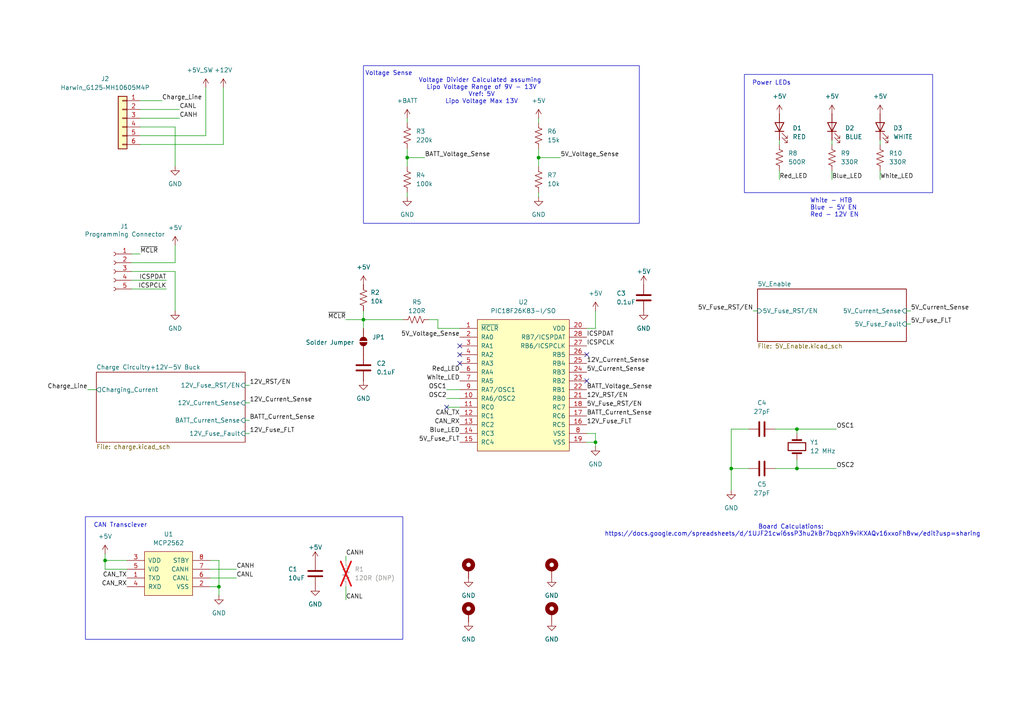
<source format=kicad_sch>
(kicad_sch (version 20231120) (generator "eeschema") (generator_version "8.0")
  (paper "A4")
  (title_block (title "Rocket Power Board") (date "2024-11-25") (rev "1") (company "Waterloo Rocketry") (comment 1 "Pranav Mahabal"))
  (lib_symbols
    (symbol "Connector:Conn_01x05_Socket" (pin_names (offset 1.016) hide)
      (property "Reference" "J" (at 0 7.62 0))
      (property "Value" "Conn_01x05_Socket" (at 0 -7.62 0))
      (symbol "Conn_01x05_Socket_1_1"
        (arc (start 0 -4.572) (mid -0.5058 -5.08) (end 0 -5.588) (stroke (width 0.1524)))
        (arc (start 0 -2.032) (mid -0.5058 -2.54) (end 0 -3.048) (stroke (width 0.1524)))
        (polyline (pts (xy -1.27 -5.08) (xy -0.508 -5.08)) (stroke (width 0.1524)))
        (polyline (pts (xy -1.27 -2.54) (xy -0.508 -2.54)) (stroke (width 0.1524)))
        (polyline (pts (xy -1.27 0) (xy -0.508 0)) (stroke (width 0.1524)))
        (polyline (pts (xy -1.27 2.54) (xy -0.508 2.54)) (stroke (width 0.1524)))
        (polyline (pts (xy -1.27 5.08) (xy -0.508 5.08)) (stroke (width 0.1524)))
        (arc (start 0 0.508) (mid -0.5058 0) (end 0 -0.508) (stroke (width 0.1524)))
        (arc (start 0 3.048) (mid -0.5058 2.54) (end 0 2.032) (stroke (width 0.1524)))
        (arc (start 0 5.588) (mid -0.5058 5.08) (end 0 4.572) (stroke (width 0.1524)))
        (pin passive line (at -5.08 5.08 0) (length 3.81) (name "Pin_1") (number "1"))
        (pin passive line (at -5.08 2.54 0) (length 3.81) (name "Pin_2") (number "2"))
        (pin passive line (at -5.08 0 0) (length 3.81) (name "Pin_3") (number "3"))
        (pin passive line (at -5.08 -2.54 0) (length 3.81) (name "Pin_4") (number "4"))
        (pin passive line (at -5.08 -5.08 0) (length 3.81) (name "Pin_5") (number "5"))
      )
    )
    (symbol "Connector_Generic:Conn_01x06" (pin_names (offset 1.016) hide)
      (property "Reference" "J" (at 0 7.62 0))
      (property "Value" "Conn_01x06" (at 0 -10.16 0))
      (symbol "Conn_01x06_1_1"
        (rectangle (start -1.27 -7.493) (end 0 -7.747) (stroke (width 0.1524)))
        (rectangle (start -1.27 -4.953) (end 0 -5.207) (stroke (width 0.1524)))
        (rectangle (start -1.27 -2.413) (end 0 -2.667) (stroke (width 0.1524)))
        (rectangle (start -1.27 0.127) (end 0 -0.127) (stroke (width 0.1524)))
        (rectangle (start -1.27 2.667) (end 0 2.413) (stroke (width 0.1524)))
        (rectangle (start -1.27 5.207) (end 0 4.953) (stroke (width 0.1524)))
        (rectangle (start -1.27 6.35) (end 1.27 -8.89) (stroke (width 0.254)) (fill (type background)))
        (pin passive line (at -5.08 5.08 0) (length 3.81) (name "Pin_1") (number "1"))
        (pin passive line (at -5.08 2.54 0) (length 3.81) (name "Pin_2") (number "2"))
        (pin passive line (at -5.08 0 0) (length 3.81) (name "Pin_3") (number "3"))
        (pin passive line (at -5.08 -2.54 0) (length 3.81) (name "Pin_4") (number "4"))
        (pin passive line (at -5.08 -5.08 0) (length 3.81) (name "Pin_5") (number "5"))
        (pin passive line (at -5.08 -7.62 0) (length 3.81) (name "Pin_6") (number "6"))
      )
    )
    (symbol "Device:C" (pin_numbers hide) (pin_names (offset 0.254))
      (property "Reference" "C" (at 0.635 2.54 0))
      (property "Value" "C" (at 0.635 -2.54 0))
      (symbol "C_0_1"
        (polyline (pts (xy -2.032 -0.762) (xy 2.032 -0.762)) (stroke (width 0.508)))
        (polyline (pts (xy -2.032 0.762) (xy 2.032 0.762)) (stroke (width 0.508)))
      )
      (symbol "C_1_1"
        (pin passive line (at 0 3.81 270) (length 2.794) (name "~") (number "1"))
        (pin passive line (at 0 -3.81 90) (length 2.794) (name "~") (number "2"))
      )
    )
    (symbol "Device:Crystal" (pin_numbers hide) (pin_names (offset 1.016) hide)
      (property "Reference" "Y" (at 0 3.81 0))
      (property "Value" "Crystal" (at 0 -3.81 0))
      (symbol "Crystal_0_1"
        (rectangle (start -1.143 2.54) (end 1.143 -2.54) (stroke (width 0.3048)))
        (polyline (pts (xy -2.54 0) (xy -1.905 0)))
        (polyline (pts (xy -1.905 -1.27) (xy -1.905 1.27)) (stroke (width 0.508)))
        (polyline (pts (xy 1.905 -1.27) (xy 1.905 1.27)) (stroke (width 0.508)))
        (polyline (pts (xy 2.54 0) (xy 1.905 0)))
      )
      (symbol "Crystal_1_1"
        (pin passive line (at -3.81 0 0) (length 1.27) (name "1") (number "1"))
        (pin passive line (at 3.81 0 180) (length 1.27) (name "2") (number "2"))
      )
    )
    (symbol "Device:LED" (pin_numbers hide) (pin_names (offset 1.016) hide)
      (property "Reference" "D" (at 0 2.54 0))
      (property "Value" "LED" (at 0 -2.54 0))
      (symbol "LED_0_1"
        (polyline (pts (xy -1.27 -1.27) (xy -1.27 1.27)) (stroke (width 0.254)))
        (polyline (pts (xy -1.27 0) (xy 1.27 0)))
        (polyline (pts (xy 1.27 -1.27) (xy 1.27 1.27) (xy -1.27 0) (xy 1.27 -1.27)) (stroke (width 0.254)))
        (polyline (pts (xy -3.048 -0.762) (xy -4.572 -2.286) (xy -3.81 -2.286) (xy -4.572 -2.286) (xy -4.572 -1.524)))
        (polyline (pts (xy -1.778 -0.762) (xy -3.302 -2.286) (xy -2.54 -2.286) (xy -3.302 -2.286) (xy -3.302 -1.524)))
      )
      (symbol "LED_1_1"
        (pin passive line (at -3.81 0 0) (length 2.54) (name "K") (number "1"))
        (pin passive line (at 3.81 0 180) (length 2.54) (name "A") (number "2"))
      )
    )
    (symbol "Device:R_US" (pin_numbers hide) (pin_names (offset 0))
      (property "Reference" "R" (at 2.54 0 90))
      (property "Value" "R_US" (at -2.54 0 90))
      (symbol "R_US_0_1"
        (polyline (pts (xy 0 -2.286) (xy 0 -2.54)))
        (polyline (pts (xy 0 2.286) (xy 0 2.54)))
        (polyline (pts (xy 0 -0.762) (xy 1.016 -1.143) (xy 0 -1.524) (xy -1.016 -1.905) (xy 0 -2.286)))
        (polyline (pts (xy 0 0.762) (xy 1.016 0.381) (xy 0 0) (xy -1.016 -0.381) (xy 0 -0.762)))
        (polyline (pts (xy 0 2.286) (xy 1.016 1.905) (xy 0 1.524) (xy -1.016 1.143) (xy 0 0.762)))
      )
      (symbol "R_US_1_1"
        (pin passive line (at 0 3.81 270) (length 1.27) (name "~") (number "1"))
        (pin passive line (at 0 -3.81 90) (length 1.27) (name "~") (number "2"))
      )
    )
    (symbol "Jumper:SolderJumper_2_Open" (pin_numbers hide) (pin_names (offset 0) hide) (exclude_from_sim yes) (in_bom no)
      (property "Reference" "JP" (at 0 2.032 0))
      (property "Value" "SolderJumper_2_Open" (at 0 -2.54 0))
      (symbol "SolderJumper_2_Open_0_1"
        (arc (start -0.254 1.016) (mid -1.2656 0) (end -0.254 -1.016))
        (arc (start -0.254 1.016) (mid -1.2656 0) (end -0.254 -1.016) (fill (type outline)))
        (polyline (pts (xy -0.254 1.016) (xy -0.254 -1.016)))
        (polyline (pts (xy 0.254 1.016) (xy 0.254 -1.016)))
        (arc (start 0.254 -1.016) (mid 1.2656 0) (end 0.254 1.016))
        (arc (start 0.254 -1.016) (mid 1.2656 0) (end 0.254 1.016) (fill (type outline)))
      )
      (symbol "SolderJumper_2_Open_1_1"
        (pin passive line (at -3.81 0 0) (length 2.54) (name "A") (number "1"))
        (pin passive line (at 3.81 0 180) (length 2.54) (name "B") (number "2"))
      )
    )
    (symbol "Mechanical:MountingHole_Pad" (pin_numbers hide) (pin_names (offset 1.016) hide) (exclude_from_sim yes) (in_bom no)
      (property "Reference" "H" (at 0 6.35 0))
      (property "Value" "MountingHole_Pad" (at 0 4.445 0))
      (symbol "MountingHole_Pad_0_1"
        (circle (center 0 1.27) (radius 1.27) (stroke (width 1.27)))
      )
      (symbol "MountingHole_Pad_1_1"
        (pin input line (at 0 -2.54 90) (length 2.54) (name "1") (number "1"))
      )
    )
    (symbol "canhw:MCP2562" (pin_names (offset 1.016))
      (property "Reference" "U" (at 5.08 3.81 0))
      (property "Value" "MCP2562" (at -3.81 3.81 0))
      (symbol "MCP2562_0_1"
        (rectangle (start -7.62 2.54) (end 6.35 -10.16) (fill (type background)))
      )
      (symbol "MCP2562_1_1"
        (pin bidirectional line (at -12.7 -5.08 0) (length 5.08) (name "TXD") (number "1"))
        (pin power_in line (at 11.43 -7.62 180) (length 5.08) (name "VSS") (number "2"))
        (pin power_in line (at -12.7 0 0) (length 5.08) (name "VDD") (number "3"))
        (pin bidirectional line (at -12.7 -7.62 0) (length 5.08) (name "RXD") (number "4"))
        (pin bidirectional line (at -12.7 -2.54 0) (length 5.08) (name "VIO") (number "5"))
        (pin bidirectional line (at 11.43 -5.08 180) (length 5.08) (name "CANL") (number "6"))
        (pin bidirectional line (at 11.43 -2.54 180) (length 5.08) (name "CANH") (number "7"))
        (pin bidirectional line (at 11.43 0 180) (length 5.08) (name "STBY") (number "8"))
      )
    )
    (symbol "canhw:PIC18F26K83" (pin_names (offset 1.016))
      (property "Reference" "U" (at 11.43 20.32 0))
      (property "Value" "PIC18F26K83" (at -7.62 20.32 0))
      (symbol "PIC18F26K83_0_1"
        (rectangle (start -13.97 19.05) (end 12.7 -19.05) (fill (type background)))
      )
      (symbol "PIC18F26K83_1_1"
        (pin input line (at -19.05 16.51 0) (length 5.08) (name "~{MCLR}") (number "1"))
        (pin bidirectional line (at -19.05 -3.81 0) (length 5.08) (name "RA6/OSC2") (number "10"))
        (pin bidirectional line (at -19.05 -6.35 0) (length 5.08) (name "RC0") (number "11"))
        (pin bidirectional line (at -19.05 -8.89 0) (length 5.08) (name "RC1") (number "12"))
        (pin bidirectional line (at -19.05 -11.43 0) (length 5.08) (name "RC2") (number "13"))
        (pin bidirectional line (at -19.05 -13.97 0) (length 5.08) (name "RC3") (number "14"))
        (pin bidirectional line (at -19.05 -16.51 0) (length 5.08) (name "RC4") (number "15"))
        (pin bidirectional line (at 17.78 -11.43 180) (length 5.08) (name "RC5") (number "16"))
        (pin bidirectional line (at 17.78 -8.89 180) (length 5.08) (name "RC6") (number "17"))
        (pin bidirectional line (at 17.78 -6.35 180) (length 5.08) (name "RC7") (number "18"))
        (pin power_in line (at 17.78 -16.51 180) (length 5.08) (name "VSS") (number "19"))
        (pin bidirectional line (at -19.05 13.97 0) (length 5.08) (name "RA0") (number "2"))
        (pin power_in line (at 17.78 16.51 180) (length 5.08) (name "VDD") (number "20"))
        (pin bidirectional line (at 17.78 -3.81 180) (length 5.08) (name "RB0") (number "21"))
        (pin bidirectional line (at 17.78 -1.27 180) (length 5.08) (name "RB1") (number "22"))
        (pin bidirectional line (at 17.78 1.27 180) (length 5.08) (name "RB2") (number "23"))
        (pin bidirectional line (at 17.78 3.81 180) (length 5.08) (name "RB3") (number "24"))
        (pin bidirectional line (at 17.78 6.35 180) (length 5.08) (name "RB4") (number "25"))
        (pin bidirectional line (at 17.78 8.89 180) (length 5.08) (name "RB5") (number "26"))
        (pin bidirectional line (at 17.78 11.43 180) (length 5.08) (name "RB6/ICSPCLK") (number "27"))
        (pin bidirectional line (at 17.78 13.97 180) (length 5.08) (name "RB7/ICSPDAT") (number "28"))
        (pin bidirectional line (at -19.05 11.43 0) (length 5.08) (name "RA1") (number "3"))
        (pin bidirectional line (at -19.05 8.89 0) (length 5.08) (name "RA2") (number "4"))
        (pin bidirectional line (at -19.05 6.35 0) (length 5.08) (name "RA3") (number "5"))
        (pin bidirectional line (at -19.05 3.81 0) (length 5.08) (name "RA4") (number "6"))
        (pin bidirectional line (at -19.05 1.27 0) (length 5.08) (name "RA5") (number "7"))
        (pin power_in line (at 17.78 -13.97 180) (length 5.08) (name "VSS") (number "8"))
        (pin bidirectional line (at -19.05 -1.27 0) (length 5.08) (name "RA7/OSC1") (number "9"))
      )
    )
    (symbol "power:+12V" (power) (pin_numbers hide) (pin_names (offset 0) hide)
      (property "Value" "+12V" (at 0 3.556 0))
      (symbol "+12V_0_1"
        (polyline (pts (xy -0.762 1.27) (xy 0 2.54)))
        (polyline (pts (xy 0 0) (xy 0 2.54)))
        (polyline (pts (xy 0 2.54) (xy 0.762 1.27)))
      )
      (symbol "+12V_1_1"
        (pin power_in line (at 0 0 90) (length 0) (name "~") (number "1"))
      )
    )
    (symbol "power:+5V" (power) (pin_numbers hide) (pin_names (offset 0) hide)
      (property "Value" "+5V" (at 0 3.556 0))
      (symbol "+5V_0_1"
        (polyline (pts (xy -0.762 1.27) (xy 0 2.54)))
        (polyline (pts (xy 0 0) (xy 0 2.54)))
        (polyline (pts (xy 0 2.54) (xy 0.762 1.27)))
      )
      (symbol "+5V_1_1"
        (pin power_in line (at 0 0 90) (length 0) (name "~") (number "1"))
      )
    )
    (symbol "power:+BATT" (power) (pin_numbers hide) (pin_names (offset 0) hide)
      (property "Value" "+BATT" (at 0 3.556 0))
      (symbol "+BATT_0_1"
        (polyline (pts (xy -0.762 1.27) (xy 0 2.54)))
        (polyline (pts (xy 0 0) (xy 0 2.54)))
        (polyline (pts (xy 0 2.54) (xy 0.762 1.27)))
      )
      (symbol "+BATT_1_1"
        (pin power_in line (at 0 0 90) (length 0) (name "~") (number "1"))
      )
    )
    (symbol "power:GND" (power) (pin_numbers hide) (pin_names (offset 0) hide)
      (property "Value" "GND" (at 0 -3.81 0))
      (symbol "GND_0_1"
        (polyline (pts (xy 0 0) (xy 0 -1.27) (xy 1.27 -1.27) (xy 0 -2.54) (xy -1.27 -1.27) (xy 0 -1.27)))
      )
      (symbol "GND_1_1"
        (pin power_in line (at 0 0 270) (length 0) (name "~") (number "1"))
      )
    )
  )
  (junction (at 231.14 124.46))
  (junction (at 105.41 92.71))
  (junction (at 172.72 128.27))
  (junction (at 118.11 45.72))
  (junction (at 63.5 170.18))
  (junction (at 231.14 135.89))
  (junction (at 30.48 162.56))
  (junction (at 212.09 135.89))
  (junction (at 156.21 45.72))
  (no_connect (at 170.18 110.49))
  (no_connect (at 133.35 102.87))
  (no_connect (at 133.35 100.33))
  (no_connect (at 170.18 102.87))
  (no_connect (at 129.54 118.11))
  (no_connect (at 133.35 105.41))
  (wire (pts (xy 231.14 124.46) (xy 231.14 125.73)))
  (wire (pts (xy 63.5 170.18) (xy 60.96 170.18)))
  (wire (pts (xy 231.14 135.89) (xy 224.79 135.89)))
  (wire (pts (xy 60.96 165.1) (xy 68.58 165.1)))
  (wire (pts (xy 124.46 92.71) (xy 127 92.71)))
  (wire (pts (xy 71.12 116.84) (xy 72.39 116.84)))
  (wire (pts (xy 129.54 118.11) (xy 133.35 118.11)))
  (wire (pts (xy 38.1 73.66) (xy 40.64 73.66)))
  (wire (pts (xy 127 95.25) (xy 133.35 95.25)))
  (wire (pts (xy 63.5 162.56) (xy 63.5 170.18)))
  (wire (pts (xy 156.21 34.29) (xy 156.21 35.56)))
  (wire (pts (xy 71.12 111.76) (xy 72.39 111.76)))
  (wire (pts (xy 129.54 115.57) (xy 133.35 115.57)))
  (wire (pts (xy 255.27 49.53) (xy 255.27 52.07)))
  (wire (pts (xy 241.3 49.53) (xy 241.3 52.07)))
  (wire (pts (xy 118.11 43.18) (xy 118.11 45.72)))
  (wire (pts (xy 156.21 43.18) (xy 156.21 45.72)))
  (wire (pts (xy 60.96 162.56) (xy 63.5 162.56)))
  (wire (pts (xy 231.14 124.46) (xy 242.57 124.46)))
  (wire (pts (xy 40.64 29.21) (xy 46.99 29.21)))
  (wire (pts (xy 217.17 124.46) (xy 212.09 124.46)))
  (wire (pts (xy 172.72 90.17) (xy 172.72 95.25)))
  (wire (pts (xy 129.54 113.03) (xy 133.35 113.03)))
  (wire (pts (xy 38.1 76.2) (xy 50.8 76.2)))
  (wire (pts (xy 100.33 161.29) (xy 100.33 162.56)))
  (wire (pts (xy 30.48 160.655) (xy 30.48 162.56)))
  (wire (pts (xy 38.1 81.28) (xy 48.26 81.28)))
  (wire (pts (xy 40.64 39.37) (xy 59.69 39.37)))
  (wire (pts (xy 60.96 167.64) (xy 68.58 167.64)))
  (wire (pts (xy 71.12 121.92) (xy 72.39 121.92)))
  (wire (pts (xy 59.69 39.37) (xy 59.69 25.4)))
  (wire (pts (xy 30.48 165.1) (xy 36.83 165.1)))
  (wire (pts (xy 156.21 45.72) (xy 156.21 48.26)))
  (wire (pts (xy 170.18 125.73) (xy 172.72 125.73)))
  (wire (pts (xy 172.72 128.27) (xy 170.18 128.27)))
  (wire (pts (xy 40.64 34.29) (xy 52.07 34.29)))
  (wire (pts (xy 30.48 162.56) (xy 30.48 165.1)))
  (wire (pts (xy 105.41 92.71) (xy 116.84 92.71)))
  (wire (pts (xy 71.12 125.73) (xy 72.39 125.73)))
  (wire (pts (xy 172.72 125.73) (xy 172.72 128.27)))
  (wire (pts (xy 255.27 40.64) (xy 255.27 41.91)))
  (wire (pts (xy 156.21 55.88) (xy 156.21 57.15)))
  (wire (pts (xy 224.79 124.46) (xy 231.14 124.46)))
  (wire (pts (xy 231.14 133.35) (xy 231.14 135.89)))
  (wire (pts (xy 25.4 113.03) (xy 27.94 113.03)))
  (wire (pts (xy 156.21 45.72) (xy 162.56 45.72)))
  (wire (pts (xy 50.8 71.12) (xy 50.8 76.2)))
  (wire (pts (xy 231.14 135.89) (xy 242.57 135.89)))
  (wire (pts (xy 118.11 45.72) (xy 118.11 48.26)))
  (wire (pts (xy 100.33 170.18) (xy 100.33 173.99)))
  (wire (pts (xy 40.64 36.83) (xy 50.8 36.83)))
  (wire (pts (xy 262.89 93.98) (xy 264.16 93.98)))
  (wire (pts (xy 172.72 128.27) (xy 172.72 129.54)))
  (wire (pts (xy 241.3 40.64) (xy 241.3 41.91)))
  (wire (pts (xy 50.8 78.74) (xy 50.8 90.17)))
  (wire (pts (xy 118.11 34.29) (xy 118.11 35.56)))
  (wire (pts (xy 212.09 135.89) (xy 217.17 135.89)))
  (wire (pts (xy 38.1 78.74) (xy 50.8 78.74)))
  (wire (pts (xy 212.09 124.46) (xy 212.09 135.89)))
  (wire (pts (xy 218.44 90.17) (xy 219.71 90.17)))
  (wire (pts (xy 105.41 92.71) (xy 105.41 95.25)))
  (wire (pts (xy 105.41 90.17) (xy 105.41 92.71)))
  (wire (pts (xy 63.5 172.72) (xy 63.5 170.18)))
  (wire (pts (xy 262.89 90.17) (xy 264.16 90.17)))
  (wire (pts (xy 38.1 83.82) (xy 48.26 83.82)))
  (wire (pts (xy 226.06 49.53) (xy 226.06 52.07)))
  (wire (pts (xy 100.33 92.71) (xy 105.41 92.71)))
  (wire (pts (xy 50.8 36.83) (xy 50.8 48.26)))
  (wire (pts (xy 212.09 135.89) (xy 212.09 142.24)))
  (wire (pts (xy 170.18 95.25) (xy 172.72 95.25)))
  (wire (pts (xy 40.64 31.75) (xy 52.07 31.75)))
  (wire (pts (xy 226.06 40.64) (xy 226.06 41.91)))
  (wire (pts (xy 118.11 55.88) (xy 118.11 57.15)))
  (wire (pts (xy 127 92.71) (xy 127 95.25)))
  (wire (pts (xy 64.77 25.4) (xy 64.77 41.91)))
  (wire (pts (xy 40.64 41.91) (xy 64.77 41.91)))
  (wire (pts (xy 30.48 162.56) (xy 36.83 162.56)))
  (wire (pts (xy 118.11 45.72) (xy 123.19 45.72)))
  (rectangle (start 215.9 21.59) (end 270.51 55.88))
  (rectangle (start 105.41 19.05) (end 185.42 64.77))
  (rectangle (start 24.765 149.86) (end 116.84 185.42))
  (text "Voltage Divider Calculated assuming \nLipo Voltage Range of 9V - 13V\nVref: 5V\nLipo Voltage Max 13V\n" (at 139.7 26.416 0) (effects (font (size 1.27 1.27))))
  (text "CAN Transciever\n" (at 34.925 152.4 0) (effects (font (size 1.27 1.27))))
  (text "Board Calculations: \nhttps://docs.google.com/spreadsheets/d/1UJF21cwi6ssP3hu2kBr7bqpXh9viKXAQv16xxoFh8vw/edit?usp=sharing" (at 229.87 153.924 0) (effects (font (size 1.27 1.27))))
  (text "White - HTB\nBlue - 5V EN\nRed - 12V EN" (at 234.95 60.325 0) (effects (font (size 1.27 1.27)) (justify left)))
  (text "Power LEDs" (at 223.774 24.13 0) (effects (font (size 1.27 1.27))))
  (text "Voltage Sense" (at 112.776 21.336 0) (effects (font (size 1.27 1.27))))
  (label "12V_Fuse_FLT" (at 170.18 123.19 0))
  (label "BATT_Voltage_Sense" (at 123.19 45.72 0))
  (label "12V_RST{slash}EN" (at 170.18 115.57 0))
  (label "CANL" (at 100.33 173.99 0))
  (label "Charge_Line" (at 25.4 113.03 180))
  (label "CANH" (at 52.07 34.29 0))
  (label "ICSPCLK" (at 48.26 83.82 180))
  (label "White_LED" (at 133.35 110.49 180))
  (label "5V_Current_Sense" (at 170.18 107.95 0))
  (label "5V_Current_Sense" (at 264.16 90.17 0))
  (label "OSC2" (at 129.54 115.57 180))
  (label "OSC1" (at 129.54 113.03 180))
  (label "Blue_LED" (at 133.35 125.73 180))
  (label "~{MCLR}" (at 40.64 73.66 0))
  (label "12V_Current_Sense" (at 170.18 105.41 0))
  (label "CAN_TX" (at 36.83 167.64 180))
  (label "CANH" (at 100.33 161.29 0))
  (label "OSC1" (at 242.57 124.46 0))
  (label "12V_Current_Sense" (at 72.39 116.84 0))
  (label "ICSPDAT" (at 170.18 97.79 0))
  (label "BATT_Current_Sense" (at 72.39 121.92 0))
  (label "BATT_Current_Sense" (at 170.18 120.65 0))
  (label "5V_Fuse_FLT" (at 133.35 128.27 180))
  (label "5V_Fuse_RST{slash}EN" (at 170.18 118.11 0))
  (label "CAN_RX" (at 133.35 123.19 180))
  (label "Red_LED" (at 133.35 107.95 180))
  (label "~{MCLR}" (at 100.33 92.71 180))
  (label "5V_Voltage_Sense" (at 162.56 45.72 0))
  (label "White_LED" (at 255.27 52.07 0))
  (label "12V_Fuse_FLT" (at 72.39 125.73 0))
  (label "12V_RST{slash}EN" (at 72.39 111.76 0))
  (label "5V_Voltage_Sense" (at 133.35 97.79 180))
  (label "ICSPCLK" (at 170.18 100.33 0))
  (label "CAN_RX" (at 36.83 170.18 180))
  (label "CANL" (at 68.58 167.64 0))
  (label "CANL" (at 52.07 31.75 0))
  (label "OSC2" (at 242.57 135.89 0))
  (label "Red_LED" (at 226.06 52.07 0))
  (label "CANH" (at 68.58 165.1 0))
  (label "BATT_Voltage_Sense" (at 170.18 113.03 0))
  (label "5V_Fuse_RST{slash}EN" (at 218.44 90.17 180))
  (label "Blue_LED" (at 241.3 52.07 0))
  (label "CAN_TX" (at 133.35 120.65 180))
  (label "Charge_Line" (at 46.99 29.21 0))
  (label "5V_Fuse_FLT" (at 264.16 93.98 0))
  (label "ICSPDAT" (at 48.26 81.28 180))
  (symbol (lib_id "power:GND") (at 135.89 167.64 0) (unit 1)
    (property "Reference" "#PWR014" (effects (hide yes)))
    (property "Value" "GND" (at 135.89 172.72 0))
    (property "Description" "Power symbol creates a global label with name \"GND\" , ground" (effects (hide yes)))
  )
  (symbol (lib_id "power:+5V") (at 172.72 90.17 0) (unit 1)
    (property "Reference" "#PWR020" (effects (hide yes)))
    (property "Value" "+5V" (at 172.72 85.09 0))
    (property "Description" "Power symbol creates a global label with name \"+5V\"" (effects (hide yes)))
  )
  (symbol (lib_id "power:GND") (at 91.44 170.18 0) (unit 1)
    (property "Reference" "#PWR09" (effects (hide yes)))
    (property "Value" "GND" (at 91.44 175.26 0))
    (property "Description" "Power symbol creates a global label with name \"GND\" , ground" (effects (hide yes)))
  )
  (symbol (lib_id "Mechanical:MountingHole_Pad") (at 160.02 177.8 0) (unit 1) (exclude_from_sim yes) (in_bom no)
    (property "Reference" "H4" (effects (hide yes)))
    (property "Value" "MountingHole_Pad" (effects (hide yes)))
    (property "Footprint" "MountingHole:MountingHole_3.2mm_M3_Pad" (effects (hide yes)))
    (property "Description" "Mounting Hole with connection" (effects (hide yes)))
  )
  (symbol (lib_id "Device:R_US") (at 241.3 45.72 0) (unit 1)
    (property "Reference" "R9" (at 243.84 44.4499 0) (effects (justify left)))
    (property "Value" "330R" (at 243.84 46.9899 0) (effects (justify left)))
    (property "Footprint" "Resistor_SMD:R_0805_2012Metric_Pad1.20x1.40mm_HandSolder" (effects (hide yes)))
    (property "Description" "Resistor, US symbol" (effects (hide yes)))
  )
  (symbol (lib_id "power:GND") (at 186.69 90.17 0) (unit 1)
    (property "Reference" "#PWR023" (effects (hide yes)))
    (property "Value" "GND" (at 186.69 95.25 0))
    (property "Description" "Power symbol creates a global label with name \"GND\" , ground" (effects (hide yes)))
  )
  (symbol (lib_id "Device:R_US") (at 226.06 45.72 0) (unit 1)
    (property "Reference" "R8" (at 228.6 44.4499 0) (effects (justify left)))
    (property "Value" "500R" (at 228.6 46.9899 0) (effects (justify left)))
    (property "Footprint" "Resistor_SMD:R_0805_2012Metric_Pad1.20x1.40mm_HandSolder" (effects (hide yes)))
    (property "Description" "Resistor, US symbol" (effects (hide yes)))
  )
  (symbol (lib_id "power:GND") (at 50.8 48.26 0) (unit 1)
    (property "Reference" "#PWR02" (effects (hide yes)))
    (property "Value" "GND" (at 50.8 53.34 0))
    (property "Description" "Power symbol creates a global label with name \"GND\" , ground" (effects (hide yes)))
  )
  (symbol (lib_id "Device:C") (at 91.44 166.37 0) (unit 1)
    (property "Reference" "C1" (at 83.566 165.1 0) (effects (justify left)))
    (property "Value" "10uF" (at 83.566 167.64 0) (effects (justify left)))
    (property "Footprint" "Capacitor_SMD:C_0805_2012Metric_Pad1.18x1.45mm_HandSolder" (effects (hide yes)))
    (property "Description" "Unpolarized capacitor" (effects (hide yes)))
  )
  (symbol (lib_id "Device:LED") (at 241.3 36.83 90) (unit 1)
    (property "Reference" "D2" (at 245.11 37.1474 90) (effects (justify right)))
    (property "Value" "BLUE" (at 245.11 39.6874 90) (effects (justify right)))
    (property "Footprint" "LED_SMD:LED_1206_3216Metric_Pad1.42x1.75mm_HandSolder" (effects (hide yes)))
    (property "Description" "Light emitting diode" (effects (hide yes)))
  )
  (symbol (lib_id "Jumper:SolderJumper_2_Open") (at 105.41 99.06 90) (unit 1) (exclude_from_sim yes) (in_bom no)
    (property "Reference" "JP1" (at 107.95 97.7899 90) (effects (justify right)))
    (property "Value" "Solder Jumper" (at 88.646 99.314 90) (effects (justify right)))
    (property "Footprint" "Jumper:SolderJumper-2_P1.3mm_Open_Pad1.0x1.5mm" (effects (hide yes)))
    (property "Description" "Solder Jumper, 2-pole, open" (effects (hide yes)))
  )
  (symbol (lib_id "power:GND") (at 135.89 180.34 0) (unit 1)
    (property "Reference" "#PWR015" (effects (hide yes)))
    (property "Value" "GND" (at 135.89 185.42 0))
    (property "Description" "Power symbol creates a global label with name \"GND\" , ground" (effects (hide yes)))
  )
  (symbol (lib_id "power:+BATT") (at 118.11 34.29 0) (unit 1)
    (property "Reference" "#PWR012" (effects (hide yes)))
    (property "Value" "+BATT" (at 118.11 29.21 0))
    (property "Description" "Power symbol creates a global label with name \"+BATT\"" (effects (hide yes)))
  )
  (symbol (lib_id "power:+5V") (at 30.48 160.655 0) (unit 1)
    (property "Reference" "#PWR01" (effects (hide yes)))
    (property "Value" "+5V" (at 30.48 155.575 0))
    (property "Description" "Power symbol creates a global label with name \"+5V\"" (effects (hide yes)))
  )
  (symbol (lib_id "Mechanical:MountingHole_Pad") (at 135.89 177.8 0) (unit 1) (exclude_from_sim yes) (in_bom no)
    (property "Reference" "H2" (effects (hide yes)))
    (property "Value" "MountingHole_Pad" (effects (hide yes)))
    (property "Footprint" "MountingHole:MountingHole_3.2mm_M3_Pad" (effects (hide yes)))
    (property "Description" "Mounting Hole with connection" (effects (hide yes)))
  )
  (symbol (lib_id "power:+5V") (at 186.69 82.55 0) (unit 1)
    (property "Reference" "#PWR022" (effects (hide yes)))
    (property "Value" "+5V" (at 186.69 78.74 0))
    (property "Description" "Power symbol creates a global label with name \"+5V\"" (effects (hide yes)))
  )
  (symbol (lib_id "Device:R_US") (at 105.41 86.36 0) (unit 1)
    (property "Reference" "R2" (at 107.442 84.836 0) (effects (justify left)))
    (property "Value" "10k" (at 107.442 87.376 0) (effects (justify left)))
    (property "Footprint" "Resistor_SMD:R_0805_2012Metric_Pad1.20x1.40mm_HandSolder" (effects (hide yes)))
    (property "Description" "Resistor, US symbol" (effects (hide yes)))
  )
  (symbol (lib_id "power:GND") (at 160.02 167.64 0) (unit 1)
    (property "Reference" "#PWR018" (effects (hide yes)))
    (property "Value" "GND" (at 160.02 172.72 0))
    (property "Description" "Power symbol creates a global label with name \"GND\" , ground" (effects (hide yes)))
  )
  (symbol (lib_id "Device:LED") (at 226.06 36.83 90) (unit 1)
    (property "Reference" "D1" (at 229.87 37.1474 90) (effects (justify right)))
    (property "Value" "RED" (at 229.87 39.6874 90) (effects (justify right)))
    (property "Footprint" "LED_SMD:LED_1206_3216Metric_Pad1.42x1.75mm_HandSolder" (effects (hide yes)))
    (property "Description" "Light emitting diode" (effects (hide yes)))
  )
  (symbol (lib_id "power:GND") (at 156.21 57.15 0) (unit 1)
    (property "Reference" "#PWR017" (effects (hide yes)))
    (property "Value" "GND" (at 156.21 62.23 0))
    (property "Description" "Power symbol creates a global label with name \"GND\" , ground" (effects (hide yes)))
  )
  (symbol (lib_id "canhw:MCP2562") (at 49.53 162.56 0) (unit 1)
    (property "Reference" "U1" (at 48.895 154.94 0))
    (property "Value" "MCP2562" (at 48.895 157.48 0))
    (property "Footprint" "Package_SO:SOIC-8_3.9x4.9mm_P1.27mm" (effects (hide yes)))
  )
  (symbol (lib_id "Device:R_US") (at 156.21 39.37 0) (unit 1)
    (property "Reference" "R6" (at 158.75 38.0999 0) (effects (justify left)))
    (property "Value" "15k" (at 158.75 40.6399 0) (effects (justify left)))
    (property "Footprint" "Resistor_SMD:R_0805_2012Metric_Pad1.20x1.40mm_HandSolder" (effects (hide yes)))
    (property "Description" "Resistor, US symbol" (effects (hide yes)))
  )
  (symbol (lib_id "Mechanical:MountingHole_Pad") (at 160.02 165.1 0) (unit 1) (exclude_from_sim yes) (in_bom no)
    (property "Reference" "H3" (effects (hide yes)))
    (property "Value" "MountingHole_Pad" (effects (hide yes)))
    (property "Footprint" "MountingHole:MountingHole_3.2mm_M3_Pad" (effects (hide yes)))
    (property "Description" "Mounting Hole with connection" (effects (hide yes)))
  )
  (symbol (lib_id "Device:LED") (at 255.27 36.83 90) (unit 1)
    (property "Reference" "D3" (at 259.08 37.1474 90) (effects (justify right)))
    (property "Value" "WHITE" (at 259.08 39.6874 90) (effects (justify right)))
    (property "Footprint" "LED_SMD:LED_1206_3216Metric_Pad1.42x1.75mm_HandSolder" (effects (hide yes)))
    (property "Description" "Light emitting diode" (effects (hide yes)))
  )
  (symbol (lib_id "power:+5V") (at 255.27 33.02 0) (unit 1)
    (property "Reference" "#PWR027" (effects (hide yes)))
    (property "Value" "+5V" (at 255.27 27.94 0))
    (property "Description" "Power symbol creates a global label with name \"+5V\"" (effects (hide yes)))
  )
  (symbol (lib_id "Device:R_US") (at 156.21 52.07 180) (unit 1)
    (property "Reference" "R7" (at 158.75 50.7999 0) (effects (justify right)))
    (property "Value" "10k" (at 158.75 53.3399 0) (effects (justify right)))
    (property "Footprint" "Resistor_SMD:R_0805_2012Metric_Pad1.20x1.40mm_HandSolder" (effects (hide yes)))
    (property "Description" "Resistor, US symbol" (effects (hide yes)))
  )
  (symbol (lib_id "power:+5V") (at 59.69 25.4 0) (unit 1)
    (property "Reference" "#PWR05" (effects (hide yes)))
    (property "Value" "+5V_SW" (at 54.102 20.32 0) (effects (justify left)))
    (property "Description" "Power symbol creates a global label with name \"+5V\"" (effects (hide yes)))
  )
  (symbol (lib_id "power:+5V") (at 156.21 34.29 0) (unit 1)
    (property "Reference" "#PWR016" (effects (hide yes)))
    (property "Value" "+5V" (at 156.21 29.21 0))
    (property "Description" "Power symbol creates a global label with name \"+5V\"" (effects (hide yes)))
  )
  (symbol (lib_id "Device:C") (at 220.98 135.89 90) (unit 1)
    (property "Reference" "C5" (at 220.98 140.462 90))
    (property "Value" "27pF" (at 220.98 143.002 90))
    (property "Footprint" "Capacitor_SMD:C_0805_2012Metric_Pad1.18x1.45mm_HandSolder" (effects (hide yes)))
    (property "Description" "Unpolarized capacitor" (effects (hide yes)))
  )
  (symbol (lib_id "power:GND") (at 172.72 129.54 0) (unit 1)
    (property "Reference" "#PWR021" (effects (hide yes)))
    (property "Value" "GND" (at 172.72 134.62 0))
    (property "Description" "Power symbol creates a global label with name \"GND\" , ground" (effects (hide yes)))
  )
  (symbol (lib_id "Device:R_US") (at 255.27 45.72 0) (unit 1)
    (property "Reference" "R10" (at 257.81 44.4499 0) (effects (justify left)))
    (property "Value" "330R" (at 257.81 46.9899 0) (effects (justify left)))
    (property "Footprint" "Resistor_SMD:R_0805_2012Metric_Pad1.20x1.40mm_HandSolder" (effects (hide yes)))
    (property "Description" "Resistor, US symbol" (effects (hide yes)))
  )
  (symbol (lib_id "power:GND") (at 63.5 172.72 0) (unit 1)
    (property "Reference" "#PWR06" (effects (hide yes)))
    (property "Value" "GND" (at 63.5 177.8 0))
    (property "Description" "Power symbol creates a global label with name \"GND\" , ground" (effects (hide yes)))
  )
  (symbol (lib_id "power:GND") (at 160.02 180.34 0) (unit 1)
    (property "Reference" "#PWR019" (effects (hide yes)))
    (property "Value" "GND" (at 160.02 185.42 0))
    (property "Description" "Power symbol creates a global label with name \"GND\" , ground" (effects (hide yes)))
  )
  (symbol (lib_id "power:+12V") (at 64.77 25.4 0) (unit 1)
    (property "Reference" "#PWR07" (effects (hide yes)))
    (property "Value" "+12V" (at 64.77 20.32 0))
    (property "Description" "Power symbol creates a global label with name \"+12V\"" (effects (hide yes)))
  )
  (symbol (lib_id "power:GND") (at 50.8 90.17 0) (unit 1)
    (property "Reference" "#PWR04" (effects (hide yes)))
    (property "Value" "GND" (at 50.8 95.25 0))
    (property "Description" "Power symbol creates a global label with name \"GND\" , ground" (effects (hide yes)))
  )
  (symbol (lib_id "power:+5V") (at 105.41 82.55 0) (unit 1)
    (property "Reference" "#PWR010" (effects (hide yes)))
    (property "Value" "+5V" (at 105.41 77.47 0))
    (property "Description" "Power symbol creates a global label with name \"+5V\"" (effects (hide yes)))
  )
  (symbol (lib_id "power:GND") (at 212.09 142.24 0) (unit 1)
    (property "Reference" "#PWR024" (effects (hide yes)))
    (property "Value" "GND" (at 212.09 147.32 0))
    (property "Description" "Power symbol creates a global label with name \"GND\" , ground" (effects (hide yes)))
  )
  (symbol (lib_id "Device:Crystal") (at 231.14 129.54 90) (unit 1)
    (property "Reference" "Y1" (at 234.95 128.2699 90) (effects (justify right)))
    (property "Value" "12 MHz" (at 234.95 130.8099 90) (effects (justify right)))
    (property "Footprint" "Crystal:Crystal_HC49-4H_Vertical" (effects (hide yes)))
    (property "Description" "Two pin crystal" (effects (hide yes)))
  )
  (symbol (lib_id "power:+5V") (at 91.44 162.56 0) (unit 1)
    (property "Reference" "#PWR08" (effects (hide yes)))
    (property "Value" "+5V" (at 91.44 158.75 0))
    (property "Description" "Power symbol creates a global label with name \"+5V\"" (effects (hide yes)))
  )
  (symbol (lib_id "Device:R_US") (at 118.11 39.37 0) (unit 1)
    (property "Reference" "R3" (at 120.65 38.0999 0) (effects (justify left)))
    (property "Value" "220k" (at 120.65 40.6399 0) (effects (justify left)))
    (property "Footprint" "Resistor_SMD:R_0805_2012Metric_Pad1.20x1.40mm_HandSolder" (effects (hide yes)))
    (property "Description" "Resistor, US symbol" (effects (hide yes)))
  )
  (symbol (lib_id "Device:C") (at 186.69 86.36 0) (unit 1)
    (property "Reference" "C3" (at 178.816 85.09 0) (effects (justify left)))
    (property "Value" "0.1uF" (at 178.816 87.63 0) (effects (justify left)))
    (property "Footprint" "Capacitor_SMD:C_0805_2012Metric_Pad1.18x1.45mm_HandSolder" (effects (hide yes)))
    (property "Description" "Unpolarized capacitor" (effects (hide yes)))
  )
  (symbol (lib_id "power:GND") (at 105.41 110.49 0) (unit 1)
    (property "Reference" "#PWR011" (effects (hide yes)))
    (property "Value" "GND" (at 105.41 115.57 0))
    (property "Description" "Power symbol creates a global label with name \"GND\" , ground" (effects (hide yes)))
  )
  (symbol (lib_id "Device:C") (at 105.41 106.68 0) (unit 1)
    (property "Reference" "C2" (at 109.22 105.4099 0) (effects (justify left)))
    (property "Value" "0.1uF" (at 109.22 107.9499 0) (effects (justify left)))
    (property "Footprint" "Capacitor_SMD:C_0805_2012Metric_Pad1.18x1.45mm_HandSolder" (effects (hide yes)))
    (property "Description" "Unpolarized capacitor" (effects (hide yes)))
  )
  (symbol (lib_id "Connector_Generic:Conn_01x06") (at 35.56 34.29 0) (mirror y) (unit 1)
    (property "Reference" "J2" (at 30.48 22.86 0))
    (property "Value" "Harwin_G125–MH10605M4P" (at 30.48 25.4 0))
    (property "Footprint" "canhw_footprints:connector_Harwin_G125–MG10605M4P" (effects (hide yes)))
    (property "Description" "Generic connector, single row, 01x06, script generated (kicad-library-utils/schlib/autogen/connector/)" (effects (hide yes)))
  )
  (symbol (lib_id "Device:R_US") (at 118.11 52.07 180) (unit 1)
    (property "Reference" "R4" (at 120.65 50.7999 0) (effects (justify right)))
    (property "Value" "100k" (at 120.65 53.3399 0) (effects (justify right)))
    (property "Footprint" "Resistor_SMD:R_0805_2012Metric_Pad1.20x1.40mm_HandSolder" (effects (hide yes)))
    (property "Description" "Resistor, US symbol" (effects (hide yes)))
  )
  (symbol (lib_id "Mechanical:MountingHole_Pad") (at 135.89 165.1 0) (unit 1) (exclude_from_sim yes) (in_bom no)
    (property "Reference" "H1" (effects (hide yes)))
    (property "Value" "MountingHole_Pad" (effects (hide yes)))
    (property "Footprint" "MountingHole:MountingHole_3.2mm_M3_Pad" (effects (hide yes)))
    (property "Description" "Mounting Hole with connection" (effects (hide yes)))
  )
  (symbol (lib_id "power:+5V") (at 50.8 71.12 0) (unit 1)
    (property "Reference" "#PWR03" (effects (hide yes)))
    (property "Value" "+5V" (at 50.8 66.04 0))
    (property "Description" "Power symbol creates a global label with name \"+5V\"" (effects (hide yes)))
  )
  (symbol (lib_id "power:GND") (at 118.11 57.15 0) (unit 1)
    (property "Reference" "#PWR013" (effects (hide yes)))
    (property "Value" "GND" (at 118.11 62.23 0))
    (property "Description" "Power symbol creates a global label with name \"GND\" , ground" (effects (hide yes)))
  )
  (symbol (lib_id "power:+5V") (at 241.3 33.02 0) (unit 1)
    (property "Reference" "#PWR026" (effects (hide yes)))
    (property "Value" "+5V" (at 241.3 27.94 0))
    (property "Description" "Power symbol creates a global label with name \"+5V\"" (effects (hide yes)))
  )
  (symbol (lib_id "Device:C") (at 220.98 124.46 90) (unit 1)
    (property "Reference" "C4" (at 220.98 116.84 90))
    (property "Value" "27pF" (at 220.98 119.38 90))
    (property "Footprint" "Capacitor_SMD:C_0805_2012Metric_Pad1.18x1.45mm_HandSolder" (effects (hide yes)))
    (property "Description" "Unpolarized capacitor" (effects (hide yes)))
  )
  (symbol (lib_id "Device:R_US") (at 120.65 92.71 270) (unit 1)
    (property "Reference" "R5" (at 120.904 87.63 90))
    (property "Value" "120R" (at 120.904 90.17 90))
    (property "Footprint" "Resistor_SMD:R_0805_2012Metric_Pad1.20x1.40mm_HandSolder" (effects (hide yes)))
    (property "Description" "Resistor, US symbol" (effects (hide yes)))
  )
  (symbol (lib_id "Device:R_US") (at 100.33 166.37 0) (unit 1) (dnp yes)
    (property "Reference" "R1" (at 102.87 165.0999 0) (effects (justify left)))
    (property "Value" "120R (DNP)" (at 102.87 167.6399 0) (effects (justify left)))
    (property "Footprint" "Resistor_SMD:R_0805_2012Metric_Pad1.20x1.40mm_HandSolder" (effects (hide yes)))
    (property "Description" "Resistor, US symbol" (effects (hide yes)))
  )
  (symbol (lib_id "power:+5V") (at 226.06 33.02 0) (unit 1)
    (property "Reference" "#PWR025" (effects (hide yes)))
    (property "Value" "+5V" (at 226.06 27.94 0))
    (property "Description" "Power symbol creates a global label with name \"+5V\"" (effects (hide yes)))
  )
  (symbol (lib_id "canhw:PIC18F26K83") (at 152.4 111.76 0) (unit 1)
    (property "Reference" "U2" (at 151.765 87.63 0))
    (property "Value" "PIC18F26K83-I/SO" (at 151.765 90.17 0))
    (property "Footprint" "Package_SO:SOIC-28W_7.5x18.7mm_P1.27mm" (effects (hide yes)))
    (property "Datasheet" "https://ww1.microchip.com/downloads/aemDocuments/documents/MCU08/ProductDocuments/DataSheets/PIC18%28L%29F2526K83-Data-Sheet-DS40001943C.pdf#G10.1044634" (effects (hide yes)))
  )
  (symbol (lib_id "Connector:Conn_01x05_Socket") (at 33.02 78.74 0) (mirror y) (unit 1)
    (property "Reference" "J1" (at 36.068 65.659 0))
    (property "Value" "Programming Connector" (at 36.195 67.945 0))
    (property "Footprint" "canhw_footprints:PinSocket_5x2.54_SMD_90deg_952-3198-1-ND" (effects (hide yes)))
    (property "Description" "Generic connector, single row, 01x05, script generated" (effects (hide yes)))
  )
  (sheet (at 219.71 83.82) (size 43.18 15.24) (stroke (width 0.1524))
    (property "Sheetname" "5V_Enable" (at 219.71 83.1084 0) (effects (justify left bottom)))
    (property "Sheetfile" "5V_Enable.kicad_sch" (at 219.71 99.6446 0) (effects (justify left top)))
    (pin "5V_Current_Sense" input (at 262.89 90.17 0))
    (pin "5V_Fuse_RST{slash}EN" input (at 219.71 90.17 180))
    (pin "5V_Fuse_Fault" input (at 262.89 93.98 0))
  )
  (sheet (at 27.94 107.95) (size 43.18 20.32) (stroke (width 0.1524))
    (property "Sheetname" "Charge Circuitry+12V-5V Buck" (at 27.94 107.2384 0) (effects (justify left bottom)))
    (property "Sheetfile" "charge.kicad_sch" (at 27.94 128.8546 0) (effects (justify left top)))
    (pin "Charging_Current" output (at 27.94 113.03 180))
    (pin "12V_Current_Sense" input (at 71.12 116.84 0))
    (pin "BATT_Current_Sense" input (at 71.12 121.92 0))
    (pin "12V_Fuse_Fault" input (at 71.12 125.73 0))
    (pin "12V_Fuse_RST{slash}EN" input (at 71.12 111.76 0))
  )
)
</source>
